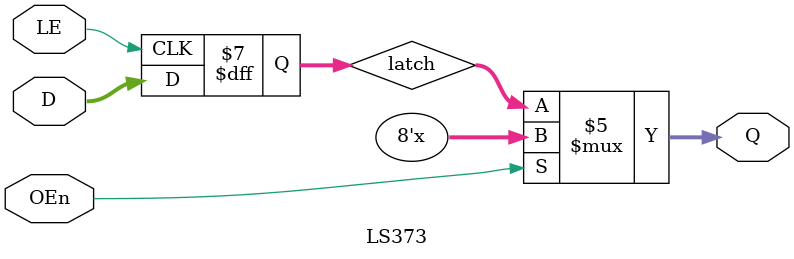
<source format=v>
module LS373 (
    input wire [7:0] D,     // 8Î»Êý¾ÝÊäÈë
    input wire LE,          // Ëø´æÊ¹ÄÜÐÅºÅ
    input wire OEn,         // Êä³öÊ¹ÄÜÐÅºÅ£¬µÍµçÆ½ÓÐÐ§
    output reg [7:0] Q      // 8Î»Êý¾ÝÊä³ö
);

reg [7:0] latch;  // ÄÚ²¿¼Ä´æÆ÷ÓÃÓÚËø´æÊý¾Ý

// Ëø´æÊý¾Ý¹ý³Ì
always @(posedge LE) begin
    latch <= D;  // µ±LEÎª¸ßµçÆ½Ê±£¬Ëø´æÊäÈëÊý¾ÝDµ½latch¼Ä´æÆ÷
end

// Êä³ö¿ØÖÆ¹ý³Ì
always @(*) begin
    if (~OEn)
        Q = latch;  // µ±OEnÎªµÍµçÆ½Ê±£¬Êä³öËø´æµÄÊý¾Ý
    else
        Q = 8'hzz;   // µ±OEnÎª¸ßµçÆ½Ê±£¬Êä³ö¸ß×èÌ¬
end

endmodule


</source>
